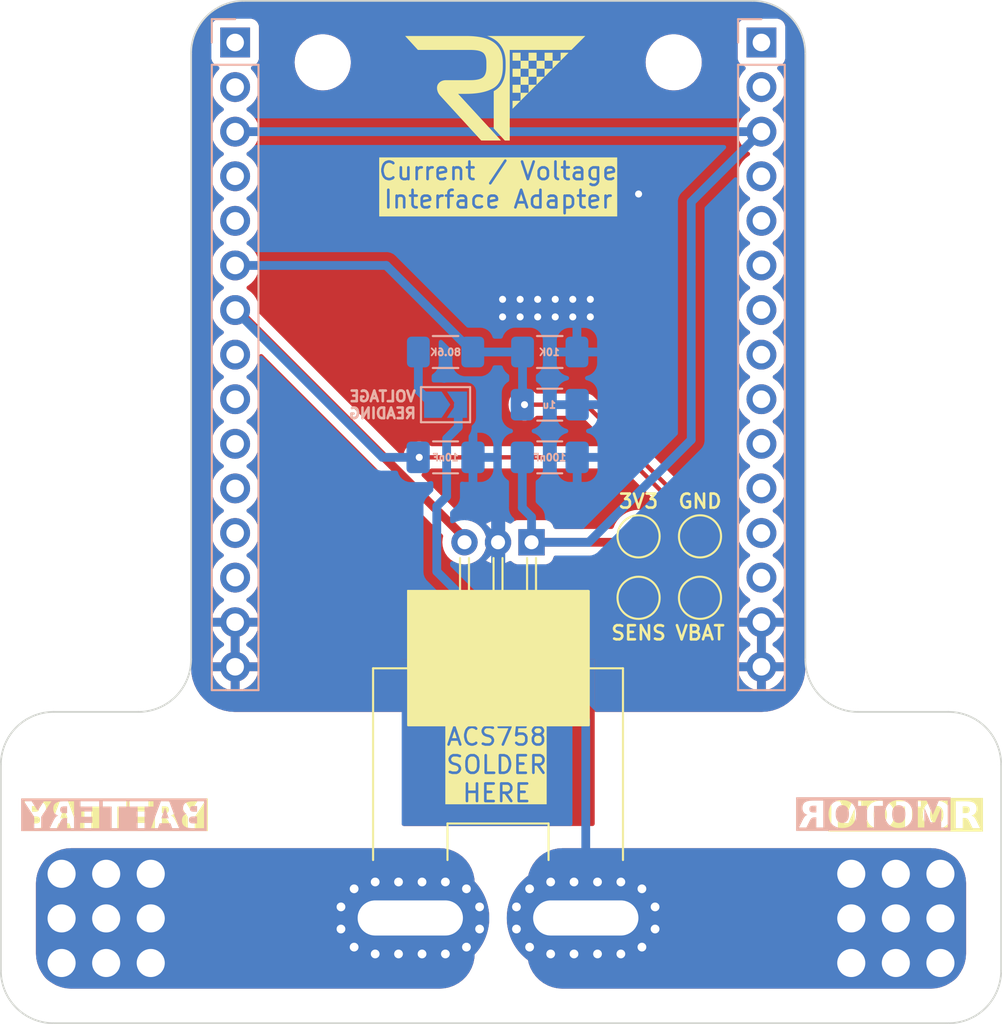
<source format=kicad_pcb>
(kicad_pcb (version 20221018) (generator pcbnew)
  (layers (0 "F.Cu" signal) (31 "B.Cu" signal) (34 "B.Paste" user) (35 "F.Paste" user) (36 "B.SilkS" user "B.Silkscreen") (37 "F.SilkS" user "F.Silkscreen") (38 "B.Mask" user) (39 "F.Mask" user) (44 "Edge.Cuts" user))
  (net 0 "")
  (net 1 "+3V3")
  (net 2 "GND")
  (net 3 "CURRENT_SENSE")
  (net 8 "V_Bat")
  (net 26 "/BATT_IN")
  (net 27 "/24V_OUT")
  (net 29 "Net-(JP1-A)")
  (footprint "TestPoint:TestPoint_Pad_D2.0mm" (layer "F.Cu") (at 167.07868 100.27368 -90)
    (fp_text reference "SENS" (at 2 0) (layer "F.SilkS") (effects (font (size 0.8 0.8))))
    (fp_text value "CurrentSense" hide)
    (fp_circle (center 0 0) (end 0 1.2) (stroke (width 0.12)) (fill none) (layer "F.SilkS"))
    (pad "1" smd circle (at 0 0 270) (size 2 2) (layers "F.Cu" "F.Mask") (net 3 "CURRENT_SENSE"))
  )
  (footprint "MountingHole:MountingHole_2.7mm_M2.5_DIN965" (layer "F.Cu") (at 169.07868 69.77368)
    (fp_text reference "REF**" hide)
    (fp_text value "MountingHole_2.7mm_M2.5_DIN965" hide)
    (pad "" np_thru_hole circle (at 0 0) (size 2.7 2.7) (drill 2.7) (layers "F&B.Cu" "*.Mask"))
  )
  (footprint "TestPoint:TestPoint_Pad_D2.0mm" (layer "F.Cu") (at 170.57868 96.77368 90)
    (fp_text reference "GND" (at 2 0) (layer "F.SilkS") (effects (font (size 0.8 0.8))))
    (fp_text value "GNDTest" hide)
    (fp_circle (center 0 0) (end 0 1.2) (stroke (width 0.12)) (fill none) (layer "F.SilkS"))
    (pad "1" smd circle (at 0 0 90) (size 2 2) (layers "F.Cu" "F.Mask") (net 2 "GND"))
  )
  (footprint "Sensor_Current:Allegro_CB_PFF" (layer "F.Cu") (at 160.97868 97.11 180)
    (fp_text reference "U1" hide)
    (fp_text value "ACS758xCB-100U-PFF")
    (fp_line (start -5.21 -7.18) (end -5.21 -18.1) (stroke (width 0.12)) (layer "F.SilkS"))
    (fp_line (start -3.21 -7.18) (end -5.21 -7.18) (stroke (width 0.12)) (layer "F.SilkS"))
    (fp_line (start -3.21 -2.78) (end -3.21 -7.18) (stroke (width 0.12)) (layer "F.SilkS"))
    (fp_line (start -0.97 -16.02) (end -0.97 -18.1) (stroke (width 0.12)) (layer "F.SilkS"))
    (fp_line (start -0.97 -16.02) (end 4.79 -16.02) (stroke (width 0.12)) (layer "F.SilkS"))
    (fp_line (start -0.255 -2.78) (end -0.255 -0.9) (stroke (width 0.12)) (layer "F.SilkS"))
    (fp_line (start 0.255 -2.78) (end 0.255 -0.9) (stroke (width 0.12)) (layer "F.SilkS"))
    (fp_line (start 1.655 -2.78) (end 1.655 -0.9) (stroke (width 0.12)) (layer "F.SilkS"))
    (fp_line (start 2.165 -2.78) (end 2.165 -0.9) (stroke (width 0.12)) (layer "F.SilkS"))
    (fp_line (start 3.565 -2.78) (end 3.565 -0.9) (stroke (width 0.12)) (layer "F.SilkS"))
    (fp_line (start 4.075 -2.78) (end 4.075 -0.9) (stroke (width 0.12)) (layer "F.SilkS"))
    (fp_line (start 4.79 -16.02) (end 4.79 -18.1) (stroke (width 0.12)) (layer "F.SilkS"))
    (fp_line (start 7.03 -7.18) (end 9.03 -7.18) (stroke (width 0.12)) (layer "F.SilkS"))
    (fp_line (start 7.03 -2.78) (end -3.21 -2.78) (stroke (width 0.12)) (layer "F.SilkS"))
    (fp_line (start 7.03 -2.78) (end 7.03 -7.18) (stroke (width 0.12)) (layer "F.SilkS"))
    (fp_line (start 9.03 -7.18) (end 9.03 -18.1) (stroke (width 0.12)) (layer "F.SilkS"))
    (pad "1" thru_hole rect (at 0 0 180) (size 1.5 1.5) (drill 0.8) (layers "*.Cu" "*.Mask") (net 1 "+3V3"))
    (pad "2" thru_hole circle (at 1.91 0 180) (size 1.5 1.5) (drill 0.8) (layers "*.Cu" "*.Mask") (net 2 "GND"))
    (pad "3" thru_hole circle (at 3.82 0 180) (size 1.5 1.5) (drill 0.8) (layers "*.Cu" "*.Mask") (net 3 "CURRENT_SENSE"))
    (pad "4" thru_hole oval (at 2.96 -22.03 245) (size 0.8 0.8) (drill 0.5) (layers "*.Cu" "*.Mask") (net 26 "/BATT_IN"))
    (pad "4" thru_hole oval (at 2.96 -20.77 115) (size 0.8 0.8) (drill 0.5) (layers "*.Cu" "*.Mask") (net 26 "/BATT_IN"))
    (pad "4" thru_hole circle (at 3.71 -23.06 180) (size 0.8 0.8) (drill 0.5) (layers "*.Cu" "*.Mask") (net 26 "/BATT_IN"))
    (pad "4" thru_hole circle (at 3.71 -19.74 180) (size 0.8 0.8) (drill 0.5) (layers "*.Cu" "*.Mask") (net 26 "/BATT_IN"))
    (pad "4" thru_hole circle (at 4.91 -23.45 180) (size 0.8 0.8) (drill 0.5) (layers "*.Cu" "*.Mask") (net 26 "/BATT_IN"))
    (pad "4" thru_hole circle (at 4.91 -19.35 180) (size 0.8 0.8) (drill 0.5) (layers "*.Cu" "*.Mask") (net 26 "/BATT_IN"))
    (pad "4" thru_hole circle (at 6.24 -23.45 180) (size 0.8 0.8) (drill 0.5) (layers "*.Cu" "*.Mask") (net 26 "/BATT_IN"))
    (pad "4" thru_hole circle (at 6.24 -19.35 180) (size 0.8 0.8) (drill 0.5) (layers "*.Cu" "*.Mask") (net 26 "/BATT_IN"))
    (pad "4" thru_hole oval (at 6.91 -21.4 180) (size 9 6) (drill oval 6 2) (layers "*.Cu" "*.Mask") (net 26 "/BATT_IN"))
    (pad "4" thru_hole circle (at 7.58 -23.45 180) (size 0.8 0.8) (drill 0.5) (layers "*.Cu" "*.Mask") (net 26 "/BATT_IN"))
    (pad "4" thru_hole circle (at 7.58 -19.35 180) (size 0.8 0.8) (drill 0.5) (layers "*.Cu" "*.Mask") (net 26 "/BATT_IN"))
    (pad "4" thru_hole circle (at 8.91 -23.45 180) (size 0.8 0.8) (drill 0.5) (layers "*.Cu" "*.Mask") (net 26 "/BATT_IN"))
    (pad "4" thru_hole circle (at 8.91 -19.35 180) (size 0.8 0.8) (drill 0.5) (layers "*.Cu" "*.Mask") (net 26 "/BATT_IN"))
    (pad "4" thru_hole circle (at 10.11 -23.06 180) (size 0.8 0.8) (drill 0.5) (layers "*.Cu" "*.Mask") (net 26 "/BATT_IN"))
    (pad "4" thru_hole circle (at 10.11 -19.74 180) (size 0.8 0.8) (drill 0.5) (layers "*.Cu" "*.Mask") (net 26 "/BATT_IN"))
    (pad "4" thru_hole circle (at 10.86 -22.03 180) (size 0.8 0.8) (drill 0.5) (layers "*.Cu" "*.Mask") (net 26 "/BATT_IN"))
    (pad "4" thru_hole circle (at 10.86 -20.77 180) (size 0.8 0.8) (drill 0.5) (layers "*.Cu" "*.Mask") (net 26 "/BATT_IN"))
    (pad "5" thru_hole circle (at -7.04 -22.03 180) (size 0.8 0.8) (drill 0.5) (layers "*.Cu" "*.Mask") (net 27 "/24V_OUT"))
    (pad "5" thru_hole circle (at -7.04 -20.77 180) (size 0.8 0.8) (drill 0.5) (layers "*.Cu" "*.Mask") (net 27 "/24V_OUT"))
    (pad "5" thru_hole circle (at -6.29 -23.06 180) (size 0.8 0.8) (drill 0.5) (layers "*.Cu" "*.Mask") (net 27 "/24V_OUT"))
    (pad "5" thru_hole circle (at -6.29 -19.74 180) (size 0.8 0.8) (drill 0.5) (layers "*.Cu" "*.Mask") (net 27 "/24V_OUT"))
    (pad "5" thru_hole circle (at -5.09 -23.45 180) (size 0.8 0.8) (drill 0.5) (layers "*.Cu" "*.Mask") (net 27 "/24V_OUT"))
    (pad "5" thru_hole circle (at -5.09 -19.35 180) (size 0.8 0.8) (drill 0.5) (layers "*.Cu" "*.Mask") (net 27 "/24V_OUT"))
    (pad "5" thru_hole circle (at -3.76 -23.45 180) (size 0.8 0.8) (drill 0.5) (layers "*.Cu" "*.Mask") (net 27 "/24V_OUT"))
    (pad "5" thru_hole circle (at -3.76 -19.35 180) (size 0.8 0.8) (drill 0.5) (layers "*.Cu" "*.Mask") (net 27 "/24V_OUT"))
    (pad "5" thru_hole oval (at -3.09 -21.4 180) (size 9 6) (drill oval 6 2) (layers "*.Cu" "*.Mask") (net 27 "/24V_OUT"))
    (pad "5" thru_hole circle (at -2.42 -23.45 180) (size 0.8 0.8) (drill 0.5) (layers "*.Cu" "*.Mask") (net 27 "/24V_OUT"))
    (pad "5" thru_hole circle (at -2.42 -19.35 180) (size 0.8 0.8) (drill 0.5) (layers "*.Cu" "*.Mask") (net 27 "/24V_OUT"))
    (pad "5" thru_hole circle (at -1.09 -23.45 180) (size 0.8 0.8) (drill 0.5) (layers "*.Cu" "*.Mask") (net 27 "/24V_OUT"))
    (pad "5" thru_hole circle (at -1.09 -19.35 180) (size 0.8 0.8) (drill 0.5) (layers "*.Cu" "*.Mask") (net 27 "/24V_OUT"))
    (pad "5" thru_hole circle (at 0.11 -23.06 180) (size 0.8 0.8) (drill 0.5) (layers "*.Cu" "*.Mask") (net 27 "/24V_OUT"))
    (pad "5" thru_hole circle (at 0.11 -19.74 180) (size 0.8 0.8) (drill 0.5) (layers "*.Cu" "*.Mask") (net 27 "/24V_OUT"))
    (pad "5" thru_hole oval (at 0.86 -22.03 115) (size 0.8 0.8) (drill 0.5) (layers "*.Cu" "*.Mask") (net 27 "/24V_OUT"))
    (pad "5" thru_hole oval (at 0.86 -20.77 245) (size 0.8 0.8) (drill 0.5) (layers "*.Cu" "*.Mask") (net 27 "/24V_OUT"))
  )
  (footprint "TestPoint:TestPoint_Pad_D2.0mm" (layer "F.Cu") (at 170.57868 100.27368 -90)
    (fp_text reference "VBAT" (at 2 0) (layer "F.SilkS") (effects (font (size 0.8 0.8))))
    (fp_text value "VBATTest" hide)
    (fp_circle (center 0 0) (end 0 1.2) (stroke (width 0.12)) (fill none) (layer "F.SilkS"))
    (pad "1" smd circle (at 0 0 270) (size 2 2) (layers "F.Cu" "F.Mask") (net 8 "V_Bat"))
  )
  (footprint "MountingHole:MountingHole_2.7mm_M2.5_DIN965" (layer "F.Cu") (at 144.07868 108.77368)
    (fp_text reference "REF**" hide)
    (fp_text value "MountingHole_2.7mm_M2.5_DIN965" hide)
    (pad "" np_thru_hole circle (at 0 0) (size 2.7 2.7) (drill 2.7) (layers "F&B.Cu" "*.Mask"))
  )
  (footprint "MountingHole:MountingHole_2.7mm_M2.5_DIN965" (layer "F.Cu") (at 149.07868 69.77368)
    (fp_text reference "REF**" hide)
    (fp_text value "MountingHole_2.7mm_M2.5_DIN965" hide)
    (pad "" np_thru_hole circle (at 0 0) (size 2.7 2.7) (drill 2.7) (layers "*.Cu" "*.Mask"))
  )
  (footprint "RaceTrackr:RaceTrackr Interface Board Reference" (layer "F.Cu") (at 159.19 108.935)
    (fp_text reference "U2" hide)
    (fp_text value "~" hide)
    (fp_line (start -16.43132 -41.62132) (end -16.43132 -40.29132) (stroke (width 0.12)) (layer "B.SilkS"))
    (fp_line (start -16.43132 -39.02132) (end -16.43132 -3.40132) (stroke (width 0.12)) (layer "B.SilkS"))
    (fp_line (start -15.10132 -41.62132) (end -16.43132 -41.62132) (stroke (width 0.12)) (layer "B.SilkS"))
    (fp_line (start -13.77132 -39.02132) (end -16.43132 -39.02132) (stroke (width 0.12)) (layer "B.SilkS"))
    (fp_line (start -13.77132 -39.02132) (end -13.77132 -3.40132) (stroke (width 0.12)) (layer "B.SilkS"))
    (fp_line (start -13.77132 -3.40132) (end -16.43132 -3.40132) (stroke (width 0.12)) (layer "B.SilkS"))
    (fp_line (start 13.55868 -41.62132) (end 13.55868 -40.29132) (stroke (width 0.12)) (layer "B.SilkS"))
    (fp_line (start 13.55868 -39.02132) (end 13.55868 -3.40132) (stroke (width 0.12)) (layer "B.SilkS"))
    (fp_line (start 14.88868 -41.62132) (end 13.55868 -41.62132) (stroke (width 0.12)) (layer "B.SilkS"))
    (fp_line (start 16.21868 -39.02132) (end 13.55868 -39.02132) (stroke (width 0.12)) (layer "B.SilkS"))
    (fp_line (start 16.21868 -39.02132) (end 16.21868 -3.40132) (stroke (width 0.12)) (layer "B.SilkS"))
    (fp_line (start 16.21868 -3.40132) (end 13.55868 -3.40132) (stroke (width 0.12)) (layer "B.SilkS"))
    (pad "1" thru_hole rect (at -15.10132 -40.29132 180) (size 1.7 1.7) (drill 1) (layers "*.Cu" "*.Mask"))
    (pad "2" thru_hole oval (at -15.10132 -37.75132 180) (size 1.7 1.7) (drill 1) (layers "*.Cu" "*.Mask"))
    (pad "3" thru_hole oval (at -15.10132 -35.21132 180) (size 1.7 1.7) (drill 1) (layers "*.Cu" "*.Mask") (net 1 "+3V3"))
    (pad "4" thru_hole oval (at -15.10132 -32.67132 180) (size 1.7 1.7) (drill 1) (layers "*.Cu" "*.Mask"))
    (pad "5" thru_hole oval (at -15.10132 -30.13132 180) (size 1.7 1.7) (drill 1) (layers "*.Cu" "*.Mask"))
    (pad "6" thru_hole oval (at -15.10132 -27.59132 180) (size 1.7 1.7) (drill 1) (layers "*.Cu" "*.Mask") (net 8 "V_Bat"))
    (pad "7" thru_hole oval (at -15.10132 -25.05132 180) (size 1.7 1.7) (drill 1) (layers "*.Cu" "*.Mask") (net 3 "CURRENT_SENSE"))
    (pad "8" thru_hole oval (at -15.10132 -22.51132 180) (size 1.7 1.7) (drill 1) (layers "*.Cu" "*.Mask"))
    (pad "9" thru_hole oval (at -15.10132 -19.97132 180) (size 1.7 1.7) (drill 1) (layers "*.Cu" "*.Mask"))
    (pad "10" thru_hole oval (at -15.10132 -17.43132 180) (size 1.7 1.7) (drill 1) (layers "*.Cu" "*.Mask"))
    (pad "11" thru_hole oval (at -15.10132 -14.89132 180) (size 1.7 1.7) (drill 1) (layers "*.Cu" "*.Mask"))
    (pad "12" thru_hole oval (at -15.10132 -12.35132 180) (size 1.7 1.7) (drill 1) (layers "*.Cu" "*.Mask"))
    (pad "13" thru_hole oval (at -15.10132 -9.81132 180) (size 1.7 1.7) (drill 1) (layers "*.Cu" "*.Mask"))
    (pad "14" thru_hole oval (at -15.10132 -7.27132 180) (size 1.7 1.7) (drill 1) (layers "*.Cu" "*.Mask") (net 2 "GND"))
    (pad "15" thru_hole oval (at -15.10132 -4.73132 180) (size 1.7 1.7) (drill 1) (layers "*.Cu" "*.Mask") (net 2 "GND"))
    (pad "16" thru_hole oval (at 14.88868 -4.73132 180) (size 1.7 1.7) (drill 1) (layers "*.Cu" "*.Mask") (net 2 "GND"))
    (pad "17" thru_hole oval (at 14.88868 -7.27132 180) (size 1.7 1.7) (drill 1) (layers "*.Cu" "*.Mask") (net 2 "GND"))
    (pad "18" thru_hole oval (at 14.88868 -9.81132 180) (size 1.7 1.7) (drill 1) (layers "*.Cu" "*.Mask"))
    (pad "19" thru_hole oval (at 14.88868 -12.35132 180) (size 1.7 1.7) (drill 1) (layers "*.Cu" "*.Mask"))
    (pad "20" thru_hole oval (at 14.88868 -14.89132 180) (size 1.7 1.7) (drill 1) (layers "*.Cu" "*.Mask"))
    (pad "21" thru_hole oval (at 14.88868 -17.43132 180) (size 1.7 1.7) (drill 1) (layers "*.Cu" "*.Mask"))
    (pad "22" thru_hole oval (at 14.88868 -19.97132 180) (size 1.7 1.7) (drill 1) (layers "*.Cu" "*.Mask"))
    (pad "23" thru_hole oval (at 14.88868 -22.51132 180) (size 1.7 1.7) (drill 1) (layers "*.Cu" "*.Mask"))
    (pad "24" thru_hole oval (at 14.88868 -25.05132 180) (size 1.7 1.7) (drill 1) (layers "*.Cu" "*.Mask"))
    (pad "25" thru_hole oval (at 14.88868 -27.59132 180) (size 1.7 1.7) (drill 1) (layers "*.Cu" "*.Mask"))
    (pad "26" thru_hole oval (at 14.88868 -30.13132 180) (size 1.7 1.7) (drill 1) (layers "*.Cu" "*.Mask"))
    (pad "27" thru_hole oval (at 14.88868 -32.67132 180) (size 1.7 1.7) (drill 1) (layers "*.Cu" "*.Mask"))
    (pad "28" thru_hole oval (at 14.88868 -35.21132 180) (size 1.7 1.7) (drill 1) (layers "*.Cu" "*.Mask") (net 1 "+3V3"))
    (pad "29" thru_hole oval (at 14.88868 -37.75132 180) (size 1.7 1.7) (drill 1) (layers "*.Cu" "*.Mask"))
    (pad "30" thru_hole rect (at 14.88868 -40.29132 180) (size 1.7 1.7) (drill 1) (layers "*.Cu" "*.Mask"))
  )
  (footprint "MountingHole:MountingHole_2.7mm_M2.5_DIN965" (layer "F.Cu") (at 174.07868 108.77368)
    (fp_text reference "REF**" hide)
    (fp_text value "MountingHole_2.7mm_M2.5_DIN965" hide)
    (pad "" np_thru_hole circle (at 0 0) (size 2.7 2.7) (drill 2.7) (layers "F&B.Cu" "*.Mask"))
  )
  (footprint "TestPoint:TestPoint_Pad_D2.0mm" (layer "F.Cu") (at 167.07868 96.77368 90)
    (fp_text reference "3V3" (at 2 0) (layer "F.SilkS") (effects (font (size 0.8 0.8))))
    (fp_text value "3V3Test" hide)
    (fp_circle (center 0 0) (end 0 1.2) (stroke (width 0.12)) (fill none) (layer "F.SilkS"))
    (pad "1" smd circle (at 0 0 90) (size 2 2) (layers "F.Cu" "F.Mask") (net 1 "+3V3"))
  )
  (footprint "Resistor_SMD:R_1206_3216Metric_Pad1.30x1.75mm_HandSolder" (layer "B.Cu") (at 162.01618 86.27368)
    (fp_text reference "R2" hide)
    (fp_text value "10K" (at -0.0275 0.01132) (layer "B.SilkS") (effects (font (size 0.4 0.4) (thickness 0.1) bold) (justify mirror)))
    (fp_line (start -0.727064 -0.91) (end 0.727064 -0.91) (stroke (width 0.12)) (layer "B.SilkS"))
    (fp_line (start -0.727064 0.91) (end 0.727064 0.91) (stroke (width 0.12)) (layer "B.SilkS"))
    (pad "1" smd roundrect (at -1.55 0) (size 1.3 1.75) (layers "B.Cu" "B.Paste" "B.Mask") (roundrect_rratio 0.1923076923) (net 8 "V_Bat"))
    (pad "2" smd roundrect (at 1.55 0) (size 1.3 1.75) (layers "B.Cu" "B.Paste" "B.Mask") (roundrect_rratio 0.1923076923) (net 2 "GND"))
  )
  (footprint "RaceTrackr:BoltFootprint" (layer "B.Cu") (at 136.73868 118.535 180)
    (fp_text reference "IN1" hide)
    (fp_text value "BATT_IN" hide)
    (pad "1" thru_hole circle (at -2.54 -2.54 180) (size 2.5 2.5) (drill 1.6) (layers "*.Cu" "*.Mask") (net 26 "/BATT_IN"))
    (pad "1" thru_hole circle (at -2.54 0 180) (size 2.5 2.5) (drill 1.6) (layers "*.Cu" "*.Mask") (net 26 "/BATT_IN"))
    (pad "1" thru_hole circle (at -2.54 2.54 180) (size 2.5 2.5) (drill 1.6) (layers "*.Cu" "*.Mask") (net 26 "/BATT_IN"))
    (pad "1" thru_hole circle (at 0 -2.54 180) (size 2.5 2.5) (drill 1.6) (layers "*.Cu" "*.Mask") (net 26 "/BATT_IN"))
    (pad "1" thru_hole circle (at 0 0 180) (size 2.5 2.5) (drill 1.6) (layers "*.Cu" "*.Mask") (net 26 "/BATT_IN"))
    (pad "1" thru_hole circle (at 0 2.54 180) (size 2.5 2.5) (drill 1.6) (layers "*.Cu" "*.Mask") (net 26 "/BATT_IN"))
    (pad "1" thru_hole circle (at 2.54 -2.54 180) (size 2.5 2.5) (drill 1.6) (layers "*.Cu" "*.Mask") (net 26 "/BATT_IN"))
    (pad "1" thru_hole circle (at 2.54 0 180) (size 2.5 2.5) (drill 1.6) (layers "*.Cu" "*.Mask") (net 26 "/BATT_IN"))
    (pad "1" thru_hole circle (at 2.54 2.54 180) (size 2.5 2.5) (drill 1.6) (layers "*.Cu" "*.Mask") (net 26 "/BATT_IN"))
  )
  (footprint "Resistor_SMD:R_1206_3216Metric_Pad1.30x1.75mm_HandSolder" (layer "B.Cu") (at 156.07868 86.27368)
    (fp_text reference "R1" hide)
    (fp_text value "80.6K" (at 0 0.01132) (layer "B.SilkS") (effects (font (size 0.4 0.4) (thickness 0.1)) (justify mirror)))
    (fp_line (start -0.727064 -0.91) (end 0.727064 -0.91) (stroke (width 0.12)) (layer "B.SilkS"))
    (fp_line (start -0.727064 0.91) (end 0.727064 0.91) (stroke (width 0.12)) (layer "B.SilkS"))
    (pad "1" smd roundrect (at -1.55 0) (size 1.3 1.75) (layers "B.Cu" "B.Paste" "B.Mask") (roundrect_rratio 0.1923076923) (net 29 "Net-(JP1-A)"))
    (pad "2" smd roundrect (at 1.55 0) (size 1.3 1.75) (layers "B.Cu" "B.Paste" "B.Mask") (roundrect_rratio 0.1923076923) (net 8 "V_Bat"))
  )
  (footprint "RaceTrackr:BoltFootprint" (layer "B.Cu") (at 181.73868 118.535 180)
    (fp_text reference "OUT1" hide)
    (fp_text value "24V_OUT" hide)
    (pad "1" thru_hole circle (at -2.54 -2.54 180) (size 2.5 2.5) (drill 1.6) (layers "*.Cu" "*.Mask") (net 27 "/24V_OUT"))
    (pad "1" thru_hole circle (at -2.54 0 180) (size 2.5 2.5) (drill 1.6) (layers "*.Cu" "*.Mask") (net 27 "/24V_OUT"))
    (pad "1" thru_hole circle (at -2.54 2.54 180) (size 2.5 2.5) (drill 1.6) (layers "*.Cu" "*.Mask") (net 27 "/24V_OUT"))
    (pad "1" thru_hole circle (at 0 -2.54 180) (size 2.5 2.5) (drill 1.6) (layers "*.Cu" "*.Mask") (net 27 "/24V_OUT"))
    (pad "1" thru_hole circle (at 0 0 180) (size 2.5 2.5) (drill 1.6) (layers "*.Cu" "*.Mask") (net 27 "/24V_OUT"))
    (pad "1" thru_hole circle (at 0 2.54 180) (size 2.5 2.5) (drill 1.6) (layers "*.Cu" "*.Mask") (net 27 "/24V_OUT"))
    (pad "1" thru_hole circle (at 2.54 -2.54 180) (size 2.5 2.5) (drill 1.6) (layers "*.Cu" "*.Mask") (net 27 "/24V_OUT"))
    (pad "1" thru_hole circle (at 2.54 0 180) (size 2.5 2.5) (drill 1.6) (layers "*.Cu" "*.Mask") (net 27 "/24V_OUT"))
    (pad "1" thru_hole circle (at 2.54 2.54 180) (size 2.5 2.5) (drill 1.6) (layers "*.Cu" "*.Mask") (net 27 "/24V_OUT"))
  )
  (footprint "Capacitor_SMD:C_1206_3216Metric_Pad1.33x1.80mm_HandSolder" (layer "B.Cu") (at 162.01618 89.27368)
    (fp_text reference "C2" hide)
    (fp_text value "1u" (at -0.0275 0.01132) (layer "B.SilkS") (effects (font (size 0.4 0.4) (thickness 0.1)) (justify mirror)))
    (fp_line (start -0.711252 -0.91) (end 0.711252 -0.91) (stroke (width 0.12)) (layer "B.SilkS"))
    (fp_line (start -0.711252 0.91) (end 0.711252 0.91) (stroke (width 0.12)) (layer "B.SilkS"))
    (pad "1" smd roundrect (at -1.5625 0) (size 1.325 1.8) (layers "B.Cu" "B.Paste" "B.Mask") (roundrect_rratio 0.1886792453) (net 8 "V_Bat"))
    (pad "2" smd roundrect (at 1.5625 0) (size 1.325 1.8) (layers "B.Cu" "B.Paste" "B.Mask") (roundrect_rratio 0.1886792453) (net 2 "GND"))
  )
  (footprint "Capacitor_SMD:C_1206_3216Metric_Pad1.33x1.80mm_HandSolder" (layer "B.Cu") (at 156.07868 92.27368)
    (fp_text reference "C3" hide)
    (fp_text value "10nF" (at 0 0.01132) (layer "B.SilkS") (effects (font (size 0.4 0.4) (thickness 0.1)) (justify mirror)))
    (fp_line (start -0.711252 -0.91) (end 0.711252 -0.91) (stroke (width 0.12)) (layer "B.SilkS"))
    (fp_line (start -0.711252 0.91) (end 0.711252 0.91) (stroke (width 0.12)) (layer "B.SilkS"))
    (pad "1" smd roundrect (at -1.5625 0) (size 1.325 1.8) (layers "B.Cu" "B.Paste" "B.Mask") (roundrect_rratio 0.1886792453) (net 3 "CURRENT_SENSE"))
    (pad "2" smd roundrect (at 1.5625 0) (size 1.325 1.8) (layers "B.Cu" "B.Paste" "B.Mask") (roundrect_rratio 0.1886792453) (net 2 "GND"))
  )
  (footprint "Jumper:SolderJumper-2_P1.3mm_Open_TrianglePad1.0x1.5mm" (layer "B.Cu") (at 156.07868 89.27368)
    (fp_text reference "JP1" hide)
    (fp_text value "Jumper_2_Open" hide)
    (fp_line (start -1.4 -1) (end -1.4 1) (stroke (width 0.12)) (layer "B.SilkS"))
    (fp_line (start -1.4 1) (end 1.4 1) (stroke (width 0.12)) (layer "B.SilkS"))
    (fp_line (start 1.4 -1) (end -1.4 -1) (stroke (width 0.12)) (layer "B.SilkS"))
    (fp_line (start 1.4 1) (end 1.4 -1) (stroke (width 0.12)) (layer "B.SilkS"))
    (pad "1" smd custom (at -0.725 0) (size 0.3 0.3) (layers "B.Cu" "B.Mask") (net 29 "Net-(JP1-A)") (options (clearance outline) (anchor rect)) (primitives (gr_poly (pts (xy 1 0) (xy 0.5 -0.75) (xy -0.5 -0.75) (xy -0.5 0.75) (xy 0.5 0.75)) (width 0) (fill yes))))
    (pad "2" smd custom (at 0.725 0) (size 0.3 0.3) (layers "B.Cu" "B.Mask") (net 27 "/24V_OUT") (options (clearance outline) (anchor rect)) (primitives (gr_poly (pts (xy 0.5 -0.75) (xy -0.65 -0.75) (xy -0.15 0) (xy -0.65 0.75) (xy 0.5 0.75)) (width 0) (fill yes))))
  )
  (footprint "Capacitor_SMD:C_1206_3216Metric_Pad1.33x1.80mm_HandSolder" (layer "B.Cu") (at 162.01618 92.27368)
    (fp_text reference "C1" hide)
    (fp_text value "100nF" (at 0 0.01132) (layer "B.SilkS") (effects (font (size 0.4 0.4) (thickness 0.1)) (justify mirror)))
    (fp_line (start -0.711252 -0.91) (end 0.711252 -0.91) (stroke (width 0.12)) (layer "B.SilkS"))
    (fp_line (start -0.711252 0.91) (end 0.711252 0.91) (stroke (width 0.12)) (layer "B.SilkS"))
    (pad "1" smd roundrect (at -1.5625 0) (size 1.325 1.8) (layers "B.Cu" "B.Paste" "B.Mask") (roundrect_rratio 0.1886792453) (net 1 "+3V3"))
    (pad "2" smd roundrect (at 1.5625 0) (size 1.325 1.8) (layers "B.Cu" "B.Paste" "B.Mask") (roundrect_rratio 0.1886792453) (net 2 "GND"))
  )
  (gr_poly (pts (xy 161.722756 70.595398) (xy 161.722756 70.138727) (xy 162.179428 70.138727)) (fill solid) (layer "F.SilkS"))
  (gr_poly (pts (xy 162.179428 69.682321) (xy 161.722756 69.682321) (xy 161.722756 69.225651) (xy 162.179428 69.225651)) (fill solid) (layer "F.SilkS"))
  (gr_poly (pts (xy 161.26635 71.051805) (xy 161.26635 70.595398) (xy 161.722756 70.595398)) (fill solid) (layer "F.SilkS"))
  (gr_poly (pts (xy 160.809679 71.052069) (xy 160.353009 71.052069) (xy 160.353009 70.595398) (xy 160.809679 70.595398)) (fill solid) (layer "F.SilkS"))
  (gr_poly (pts (xy 162.179428 70.138727) (xy 162.179428 69.682057) (xy 162.636098 69.682057)) (fill solid) (layer "F.SilkS"))
  (gr_poly (pts (xy 154.07868 68.27368) (xy 157.286488 68.27368) (xy 157.394699 68.274796) (xy 157.501052 68.278145) (xy 157.605552 68.283726) (xy 157.7082 68.291539) (xy 157.809001 68.301585) (xy 157.907957 68.313863) (xy 158.005071 68.328374) (xy 158.100346 68.345117) (xy 158.14709 68.35445) (xy 158.193065 68.364589) (xy 158.238269 68.375534) (xy 158.282702 68.387285) (xy 158.326362 68.399843) (xy 158.36925 68.413206) (xy 158.411365 68.427376) (xy 158.452705 68.442352) (xy 158.493269 68.458134) (xy 158.533058 68.474722) (xy 158.572071 68.492116) (xy 158.610305 68.510316) (xy 158.647762 68.529323) (xy 158.684439 68.549136) (xy 158.720337 68.569755) (xy 158.755454 68.59118) (xy 158.789657 68.613488) (xy 158.822909 68.636758) (xy 158.85521 68.660989) (xy 158.886559 68.686182) (xy 158.916955 68.712335) (xy 158.946396 68.73945) (xy 158.974881 68.767525) (xy 159.00241 68.796562) (xy 159.02898 68.826561) (xy 159.054591 68.85752) (xy 159.079242 68.889441) (xy 159.102931 68.922322) (xy 159.125657 68.956165) (xy 159.14742 68.990969) (xy 159.168217 69.026734) (xy 159.188048 69.063461) (xy 159.206838 69.101273) (xy 159.224412 69.140294) (xy 159.240772 69.180525) (xy 159.255918 69.221967) (xy 159.269849 69.264619) (xy 159.282568 69.308483) (xy 159.294073 69.353558) (xy 159.304365 69.399845) (xy 159.313446 69.447345) (xy 159.321314 69.496057) (xy 159.32797 69.545983) (xy 159.333416 69.597121) (xy 159.33765 69.649474) (xy 159.340675 69.703041) (xy 159.342489 69.757823) (xy 159.343094 69.813819) (xy 159.343094 70.028132) (xy 159.340936 70.138996) (xy 159.334463 70.245271) (xy 159.323675 70.346957) (xy 159.316664 70.396078) (xy 159.308574 70.444052) (xy 159.299406 70.490879) (xy 159.28916 70.536558) (xy 159.277835 70.581089) (xy 159.265433 70.624472) (xy 159.251953 70.666707) (xy 159.237396 70.707795) (xy 159.22176 70.747735) (xy 159.205047 70.786527) (xy 159.187257 70.82417) (xy 159.168389 70.860666) (xy 159.148444 70.896014) (xy 159.127422 70.930213) (xy 159.105323 70.963265) (xy 159.082147 70.995168) (xy 159.057894 71.025923) (xy 159.032564 71.055529) (xy 159.006157 71.083987) (xy 158.978674 71.111297) (xy 158.950115 71.137458) (xy 158.920479 71.162471) (xy 158.889767 71.186335) (xy 158.857978 71.209051) (xy 158.825114 71.230618) (xy 158.791173 71.251036) (xy 158.720449 71.289483) (xy 158.646288 71.32545) (xy 158.56869 71.358936) (xy 158.487655 71.389942) (xy 158.403181 71.418467) (xy 158.315267 71.444512) (xy 158.223914 71.468077) (xy 158.129119 71.489161) (xy 158.030883 71.507764) (xy 157.929205 71.523887) (xy 157.824083 71.53753) (xy 157.715518 71.548692) (xy 157.603507 71.557374) (xy 157.488052 71.563575) (xy 157.369149 71.567295) (xy 157.2468 71.568536) (xy 156.794098 71.568536) (xy 158.824246 73.776219) (xy 159.239907 74.228127) (xy 158.112253 74.228127) (xy 155.777834 71.679132) (xy 155.763246 71.663133) (xy 155.749247 71.646886) (xy 155.735837 71.630391) (xy 155.723016 71.613647) (xy 155.710784 71.596656) (xy 155.699141 71.579417) (xy 155.688088 71.56193) (xy 155.677623 71.544194) (xy 155.667748 71.526211) (xy 155.658462 71.507979) (xy 155.649764 71.4895) (xy 155.641656 71.470772) (xy 155.634137 71.451797) (xy 155.627208 71.432573) (xy 155.620867 71.413102) (xy 155.615115 71.393382) (xy 155.609937 71.373587) (xy 155.605417 71.35399) (xy 155.601553 71.334588) (xy 155.598347 71.315379) (xy 155.595799 71.296363) (xy 155.593907 71.277538) (xy 155.592673 71.258901) (xy 155.592097 71.240453) (xy 155.592177 71.22219) (xy 155.592915 71.204112) (xy 155.59431 71.186216) (xy 155.596363 71.168502) (xy 155.599073 71.150968) (xy 155.60244 71.133613) (xy 155.606465 71.116434) (xy 155.611147 71.09943) (xy 155.616464 71.083738) (xy 155.622495 71.068314) (xy 155.629238 71.053159) (xy 155.636695 71.038274) (xy 155.644865 71.02366) (xy 155.653749 71.009319) (xy 155.663345 70.995251) (xy 155.673654 70.981459) (xy 155.684677 70.967942) (xy 155.696413 70.954702) (xy 155.708861 70.941741) (xy 155.722023 70.929059) (xy 155.735898 70.916657) (xy 155.750487 70.904538) (xy 155.765788 70.892701) (xy 155.781803 70.881148) (xy 155.798484 70.870095) (xy 155.815686 70.859754) (xy 155.833411 70.850127) (xy 155.851657 70.841213) (xy 155.870425 70.833012) (xy 155.889717 70.825524) (xy 155.909532 70.818749) (xy 155.92987 70.812688) (xy 155.950732 70.807339) (xy 155.972119 70.802704) (xy 155.994031 70.798781) (xy 156.016467 70.795572) (xy 156.03943 70.793076) (xy 156.062918 70.791294) (xy 156.086932 70.790224) (xy 156.111474 70.789867) (xy 157.48519 70.789867) (xy 157.548461 70.78925) (xy 157.609287 70.787398) (xy 157.667668 70.784309) (xy 157.723604 70.779983) (xy 157.777094 70.774418) (xy 157.828137 70.767613) (xy 157.876731 70.759567) (xy 157.922877 70.750279) (xy 157.966574 70.739748) (xy 158.00782 70.727972) (xy 158.046615 70.71495) (xy 158.082958 70.700682) (xy 158.116849 70.685166) (xy 158.148287 70.6684) (xy 158.17727 70.650384) (xy 158.203799 70.631117) (xy 158.228355 70.610263) (xy 158.251325 70.587289) (xy 158.272708 70.562196) (xy 158.292504 70.534987) (xy 158.310715 70.505661) (xy 158.32734 70.47422) (xy 158.34238 70.440665) (xy 158.355835 70.404998) (xy 158.367705 70.367219) (xy 158.377992 70.32733) (xy 158.386695 70.285331) (xy 158.393815 70.241225) (xy 158.399352 70.195011) (xy 158.403306 70.146692) (xy 158.405679 70.096269) (xy 158.406469 70.043742) (xy 158.406469 69.797415) (xy 158.405679 69.744922) (xy 158.403306 69.6946) (xy 158.399352 69.646448) (xy 158.393815 69.600466) (xy 158.386695 69.556655) (xy 158.377992 69.515014) (xy 158.367705 69.475543) (xy 158.355835 69.438243) (xy 158.34238 69.403114) (xy 158.32734 69.370154) (xy 158.319225 69.354489) (xy 158.310715 69.339366) (xy 158.301808 69.324785) (xy 158.292504 69.310747) (xy 158.282804 69.297252) (xy 158.272708 69.284299) (xy 158.262215 69.271889) (xy 158.251325 69.260022) (xy 158.240038 69.248697) (xy 158.228355 69.237914) (xy 158.216275 69.227675) (xy 158.203799 69.217978) (xy 158.17727 69.199759) (xy 158.148287 69.182707) (xy 158.116849 69.166823) (xy 158.082958 69.152109) (xy 158.046615 69.138565) (xy 158.00782 69.126193) (xy 157.966574 69.114993) (xy 157.922877 69.104967) (xy 157.876731 69.096117) (xy 157.828137 69.088443) (xy 157.777094 69.081946) (xy 157.723604 69.076628) (xy 157.667668 69.07249) (xy 157.609287 69.069532) (xy 157.548461 69.067757) (xy 157.48519 69.067165) (xy 154.502542 69.067165) (xy 153.774409 68.272886)) (fill solid) (layer "F.SilkS"))
  (gr_poly (pts (xy 160.809679 71.508476) (xy 160.809679 71.051805) (xy 161.26635 71.051805)) (fill solid) (layer "F.SilkS"))
  (gr_poly (pts (xy 161.26635 69.682321) (xy 160.809679 69.682321) (xy 160.809679 69.225651) (xy 161.26635 69.225651)) (fill solid) (layer "F.SilkS"))
  (gr_poly (pts (xy 162.636098 69.682057) (xy 162.636098 69.225651) (xy 163.092504 69.225651)) (fill solid) (layer "F.SilkS"))
  (gr_poly (pts (xy 161.26635 70.595398) (xy 160.809679 70.595398) (xy 160.809679 70.138727) (xy 161.26635 70.138727)) (fill solid) (layer "F.SilkS"))
  (gr_poly (pts (xy 160.353273 71.508476) (xy 159.896603 71.508476) (xy 159.896603 71.051805) (xy 160.353273 71.051805)) (fill solid) (layer "F.SilkS"))
  (gr_poly (pts (xy 160.809679 70.138727) (xy 160.353009 70.138727) (xy 160.353009 69.682057) (xy 160.809679 69.682057)) (fill solid) (layer "F.SilkS"))
  (gr_poly (pts (xy 160.353009 71.965146) (xy 160.353009 71.508476) (xy 160.809679 71.508476)) (fill solid) (layer "F.SilkS"))
  (gr_poly (pts (xy 163.25099 69.066636) (xy 163.116053 69.067165) (xy 159.737323 69.067165) (xy 159.737323 74.228392) (xy 159.455542 74.228392) (xy 159.356588 74.120971) (xy 158.824246 73.541798) (xy 158.824246 71.412167) (xy 158.829957 71.409136) (xy 158.835756 71.406177) (xy 158.847464 71.40036) (xy 158.853299 71.397447) (xy 158.859072 71.394494) (xy 158.864746 71.391472) (xy 158.870284 71.388355) (xy 158.946442 71.340624) (xy 159.017749 71.287834) (xy 159.084195 71.230001) (xy 159.145773 71.167146) (xy 159.202473 71.099287) (xy 159.254288 71.026442) (xy 159.301209 70.94863) (xy 159.343226 70.865869) (xy 159.380333 70.778178) (xy 159.412519 70.685576) (xy 159.439778 70.588081) (xy 159.462099 70.485712) (xy 159.479475 70.378488) (xy 159.491897 70.266426) (xy 159.499356 70.149547) (xy 159.501844 70.027867) (xy 159.501844 69.813555) (xy 159.501166 69.753008) (xy 159.49913 69.693615) (xy 159.49574 69.635387) (xy 159.490996 69.578336) (xy 159.484901 69.522474) (xy 159.477455 69.467813) (xy 159.46866 69.414365) (xy 159.458519 69.362142) (xy 159.447031 69.311157) (xy 159.4342 69.26142) (xy 159.420026 69.212945) (xy 159.404511 69.165743) (xy 159.387656 69.119826) (xy 159.369464 69.075207) (xy 159.349935 69.031896) (xy 159.329071 68.989907) (xy 159.30682 68.948642) (xy 159.283428 68.908397) (xy 159.258902 68.869177) (xy 159.233251 68.830991) (xy 159.20648 68.793848) (xy 159.178597 68.757754) (xy 159.149608 68.722717) (xy 159.119521 68.688745) (xy 159.088343 68.655846) (xy 159.05608 68.624027) (xy 159.02274 68.593297) (xy 158.988329 68.563663) (xy 158.952855 68.535133) (xy 158.916324 68.507714) (xy 158.878744 68.481415) (xy 158.840121 68.456242) (xy 158.795021 68.429026) (xy 158.74865 68.403115) (xy 158.701051 68.378475) (xy 158.652267 68.355072) (xy 158.602343 68.332873) (xy 158.551321 68.311842) (xy 158.499244 68.291946) (xy 158.446157 68.273151) (xy 161.22534 68.273151) (xy 163.845509 68.272886) (xy 164.04474 68.272886)) (fill solid) (layer "F.SilkS"))
  (gr_poly (pts (xy 159.896603 72.421552) (xy 159.896603 71.965146) (xy 160.353009 71.965146)) (fill solid) (layer "F.SilkS"))
  (gr_poly (pts (xy 160.353273 70.595398) (xy 159.896603 70.595398) (xy 159.896603 70.138727) (xy 160.353273 70.138727)) (fill solid) (layer "F.SilkS"))
  (gr_poly (pts (xy 161.723021 70.138727) (xy 161.26635 70.138727) (xy 161.26635 69.682057) (xy 161.723021 69.682057)) (fill solid) (layer "F.SilkS"))
  (gr_poly (pts (xy 160.353273 69.682321) (xy 159.896603 69.682321) (xy 159.896603 69.225651) (xy 160.353273 69.225651)) (fill solid) (layer "F.SilkS"))
  (gr_rect (start 153.94868 99.89) (end 164.23868 107.535) (stroke (width 0.12)) (fill solid) (layer "F.SilkS"))
  (gr_arc (start 141.57868 103.77368) (mid 140.700006 105.895006) (end 138.57868 106.77368) (stroke (width 0.1)) (layer "Edge.Cuts"))
  (gr_line (start 187.73868 109.77368) (end 187.73868 121.505) (stroke (width 0.1)) (layer "Edge.Cuts"))
  (gr_arc (start 184.73868 106.77368) (mid 186.860015 107.652345) (end 187.73868 109.77368) (stroke (width 0.1)) (layer "Edge.Cuts"))
  (gr_arc (start 187.73868 121.505) (mid 186.860004 123.626324) (end 184.73868 124.505) (stroke (width 0.1)) (layer "Edge.Cuts"))
  (gr_arc (start 130.73868 109.77368) (mid 131.617366 107.652366) (end 133.73868 106.77368) (stroke (width 0.1)) (layer "Edge.Cuts"))
  (gr_arc (start 141.57868 69.27368) (mid 142.457366 67.152366) (end 144.57868 66.27368) (stroke (width 0.1)) (layer "Edge.Cuts"))
  (gr_line (start 144.57868 66.27368) (end 173.57868 66.27368) (stroke (width 0.1)) (layer "Edge.Cuts"))
  (gr_arc (start 173.57868 66.27368) (mid 175.700015 67.152345) (end 176.57868 69.27368) (stroke (width 0.1)) (layer "Edge.Cuts"))
  (gr_line (start 184.73868 124.505) (end 133.73868 124.505) (stroke (width 0.1)) (layer "Edge.Cuts"))
  (gr_line (start 176.57868 69.27368) (end 176.57868 103.77368) (stroke (width 0.1)) (layer "Edge.Cuts"))
  (gr_line (start 133.73868 106.77368) (end 138.57868 106.77368) (stroke (width 0.1)) (layer "Edge.Cuts"))
  (gr_arc (start 133.73868 124.505) (mid 131.617363 123.626317) (end 130.73868 121.505) (stroke (width 0.1)) (layer "Edge.Cuts"))
  (gr_line (start 141.57868 69.27368) (end 141.57868 103.77368) (stroke (width 0.1)) (layer "Edge.Cuts"))
  (gr_line (start 130.73868 121.505) (end 130.73868 109.77368) (stroke (width 0.1)) (layer "Edge.Cuts"))
  (gr_line (start 179.57868 106.77368) (end 184.73868 106.77368) (stroke (width 0.1)) (layer "Edge.Cuts"))
  (gr_arc (start 179.57868 106.77368) (mid 177.457374 105.894986) (end 176.57868 103.77368) (stroke (width 0.1)) (layer "Edge.Cuts"))
  (gr_text "BATTERY" (at 132.07868 112.77368) (layer "B.SilkS" knockout) (effects (font (size 1.5 1.5) (thickness 0.3) bold) (justify right mirror)))
  (gr_text "MOTOR" (at 176.17868 112.735) (layer "B.SilkS" knockout) (effects (font (size 1.5 1.5) (thickness 0.3) bold) (justify right mirror)))
  (gr_text "VOLTAGE\nREADING" (at 152.48868 89.285) (layer "B.SilkS") (effects (font (size 0.6 0.6)) (justify mirror)))
  (gr_text "BATTERY" (at 131.91868 112.77368) (layer "F.SilkS" knockout) (effects (font (size 1.5 1.5) (thickness 0.3) bold) (justify left)))
  (gr_text "MOTOR" (at 186.57868 112.77368) (layer "F.SilkS" knockout) (effects (font (size 1.5 1.5) (thickness 0.3) bold) (justify right)))
  (gr_text "Current / Voltage\nInterface Adapter" (at 159.07868 76.77368) (layer "F.SilkS" knockout) (effects (font (size 1 1))))
  (gr_text "ACS758\nSOLDER\nHERE" (at 158.98868 109.785) (layer "F.SilkS" knockout) (effects (font (size 1 1))))
  (segment (start 166.24236 97.11) (end 167.07868 96.27368) (width 0.5) (layer "F.Cu") (net 1))
  (segment (start 160.97868 97.11) (end 166.24236 97.11) (width 0.5) (layer "F.Cu") (net 1))
  (segment (start 160.97868 97.11) (end 164.24236 97.11) (width 0.5) (layer "B.Cu") (net 1))
  (segment (start 170.07868 77.72368) (end 174.07868 73.72368) (width 0.5) (layer "B.Cu") (net 1))
  (segment (start 160.97868 97.11) (end 160.97868 95.67368) (width 0.5) (layer "B.Cu") (net 1))
  (segment (start 164.24236 97.11) (end 170.07868 91.27368) (width 0.5) (layer "B.Cu") (net 1))
  (segment (start 170.07868 91.27368) (end 170.07868 81.27368) (width 0.5) (layer "B.Cu") (net 1))
  (segment (start 174.07868 73.72368) (end 144.08868 73.72368) (width 0.5) (layer "B.Cu") (net 1))
  (segment (start 160.97868 95.67368) (end 160.45368 95.14868) (width 0.5) (layer "B.Cu") (net 1))
  (segment (start 170.07868 81.27368) (end 170.07868 77.72368) (width 0.5) (layer "B.Cu") (net 1))
  (segment (start 160.45368 95.14868) (end 160.45368 92.27368) (width 0.5) (layer "B.Cu") (net 1))
  (via (at 167.07868 77.27368) (size 0.8) (drill 0.4) (layers "F.Cu" "B.Cu") (net 2))
  (via (at 162.32868 84.27368) (size 0.8) (drill 0.4) (layers "F.Cu" "B.Cu") (net 2))
  (via (at 162.32868 83.27368) (size 0.8) (drill 0.4) (layers "F.Cu" "B.Cu") (net 2))
  (via (at 159.32868 84.27368) (size 0.8) (drill 0.4) (layers "F.Cu" "B.Cu") (net 2))
  (via (at 164.32868 83.27368) (size 0.8) (drill 0.4) (layers "F.Cu" "B.Cu") (net 2))
  (via (at 163.32868 84.27368) (size 0.8) (drill 0.4) (layers "F.Cu" "B.Cu") (net 2))
  (via (at 161.32868 83.27368) (size 0.8) (drill 0.4) (layers "F.Cu" "B.Cu") (net 2))
  (via (at 161.32868 84.27368) (size 0.8) (drill 0.4) (layers "F.Cu" "B.Cu") (net 2))
  (via (at 159.32868 83.27368) (size 0.8) (drill 0.4) (layers "F.Cu" "B.Cu") (net 2))
  (via (at 163.32868 83.27368) (size 0.8) (drill 0.4) (layers "F.Cu" "B.Cu") (net 2))
  (via (at 160.32868 84.27368) (size 0.8) (drill 0.4) (layers "F.Cu" "B.Cu") (net 2))
  (via (at 164.32868 84.27368) (size 0.8) (drill 0.4) (layers "F.Cu" "B.Cu") (net 2))
  (via (at 160.32868 83.27368) (size 0.8) (drill 0.4) (layers "F.Cu" "B.Cu") (net 2))
  (segment (start 159.06868 95.53368) (end 159.07868 95.52368) (width 0.25) (layer "B.Cu") (net 2))
  (segment (start 159.07868 95.52368) (end 159.07868 98.77368) (width 0.8) (layer "B.Cu") (net 2))
  (segment (start 159.06868 97.11) (end 159.06868 95.53368) (width 0.25) (layer "B.Cu") (net 2))
  (segment (start 168.62868 94.460076) (end 166.442284 92.27368) (width 0.25) (layer "F.Cu") (net 3))
  (segment (start 167.07868 100.27368) (end 168.62868 98.72368) (width 0.25) (layer "F.Cu") (net 3))
  (segment (start 166.442284 92.27368) (end 154.57868 92.27368) (width 0.25) (layer "F.Cu") (net 3))
  (segment (start 157.15868 97.11) (end 157.15868 96.85368) (width 0.5) (layer "F.Cu") (net 3))
  (segment (start 144.345 84.04) (end 144.08868 84.04) (width 0.5) (layer "F.Cu") (net 3))
  (segment (start 144.08868 84.04) (end 144.08868 83.88368) (width 0.25) (layer "F.Cu") (net 3))
  (segment (start 157.15868 96.85368) (end 144.345 84.04) (width 0.5) (layer "F.Cu") (net 3))
  (segment (start 168.62868 98.72368) (end 168.62868 94.460076) (width 0.25) (layer "F.Cu") (net 3))
  (via (at 154.57868 92.27368) (size 0.8) (drill 0.4) (layers "F.Cu" "B.Cu") (net 3))
  (segment (start 154.57868 92.27368) (end 152.47868 92.27368) (width 0.5) (layer "B.Cu") (net 3))
  (segment (start 152.47868 92.27368) (end 144.08868 83.88368) (width 0.5) (layer "B.Cu") (net 3))
  (segment (start 154.51618 92.27368) (end 154.57868 92.27368) (width 0.5) (layer "B.Cu") (net 3))
  (segment (start 170.57868 100.27368) (end 169.07868 98.77368) (width 0.25) (layer "F.Cu") (net 8))
  (segment (start 164.07868 89.27368) (end 160.57868 89.27368) (width 0.25) (layer "F.Cu") (net 8))
  (segment (start 169.07868 94.27368) (end 164.07868 89.27368) (width 0.25) (layer "F.Cu") (net 8))
  (segment (start 169.07868 98.77368) (end 169.07868 94.27368) (width 0.25) (layer "F.Cu") (net 8))
  (via (at 160.57868 89.27368) (size 0.8) (drill 0.4) (layers "F.Cu" "B.Cu") (net 8))
  (segment (start 160.45368 89.27368) (end 160.46618 89.26118) (width 0.5) (layer "B.Cu") (net 8))
  (segment (start 160.46618 87.77368) (end 160.46618 86.27368) (width 0.5) (layer "B.Cu") (net 8))
  (segment (start 160.46618 89.26118) (end 160.46618 87.77368) (width 0.5) (layer "B.Cu") (net 8))
  (segment (start 157.62868 86.27368) (end 152.69868 81.34368) (width 0.5) (layer "B.Cu") (net 8))
  (segment (start 157.62868 86.27368) (end 160.46618 86.27368) (width 0.5) (layer "B.Cu") (net 8))
  (segment (start 144.08868 81.34368) (end 152.69868 81.34368) (width 0.5) (layer "B.Cu") (net 8))
  (segment (start 155.57868 95.0625) (end 156.14118 94.5) (width 0.5) (layer "B.Cu") (net 27))
  (segment (start 164.06868 107.26368) (end 155.57868 98.77368) (width 0.5) (layer "B.Cu") (net 27))
  (segment (start 156.14118 91.21118) (end 156.80368 90.54868) (width 0.5) (layer "B.Cu") (net 27))
  (segment (start 164.06868 118.51) (end 164.06868 107.26368) (width 0.5) (layer "B.Cu") (net 27))
  (segment (start 156.14118 94.5) (end 156.14118 91.21118) (width 0.5) (layer "B.Cu") (net 27))
  (segment (start 156.80368 90.54868) (end 156.80368 89.27368) (width 0.5) (layer "B.Cu") (net 27))
  (segment (start 155.57868 98.77368) (end 155.57868 95.0625) (width 0.5) (layer "B.Cu") (net 27))
  (segment (start 154.52868 88.44868) (end 155.35368 89.27368) (width 0.5) (layer "B.Cu") (net 29))
  (segment (start 154.52868 86.27368) (end 154.52868 88.44868) (width 0.5) (layer "B.Cu") (net 29))
  (zone (net 2) (net_name "GND") (layers "F&B.Cu") (priority 3) (connect_pads (clearance 0.508)) (min_thickness 0.25) (fill yes (thermal_gap 0.5) (thermal_bridge_width 0.5))
    (polygon (pts (xy 153.57868 103.77368) (xy 153.57868 113.27368) (xy 164.57868 113.27368) (xy 164.57868 103.77368)))
  )
  (zone (net 26) (net_name "/BATT_IN") (layers "F&B.Cu") (connect_pads yes (clearance 0.508)) (min_thickness 0.25) (fill yes (thermal_gap 0.5) (thermal_bridge_width 0.5) (smoothing fillet) (radius 2))
    (polygon (pts (xy 132.73868 114.535) (xy 157.73868 114.535) (xy 157.73868 122.535) (xy 132.73868 122.535)))
  )
  (zone (net 2) (net_name "GND") (layers "F&B.Cu") (priority 2) (connect_pads (clearance 0.508)) (min_thickness 0.25) (fill yes (thermal_gap 0.5) (thermal_bridge_width 0.5) (smoothing fillet) (radius 2.5))
    (polygon (pts (xy 141.57868 66.27368) (xy 141.57868 106.77368) (xy 176.57868 106.77368) (xy 176.57868 66.27368)))
  )
  (zone (net 27) (net_name "/24V_OUT") (layers "F&B.Cu") (priority 1) (connect_pads yes (clearance 0.508)) (min_thickness 0.25) (fill yes (thermal_gap 0.5) (thermal_bridge_width 0.5) (smoothing fillet) (radius 2))
    (polygon (pts (xy 160.73868 114.535) (xy 160.73868 122.535) (xy 185.73868 122.535) (xy 185.73868 114.535)))
  )
)
</source>
